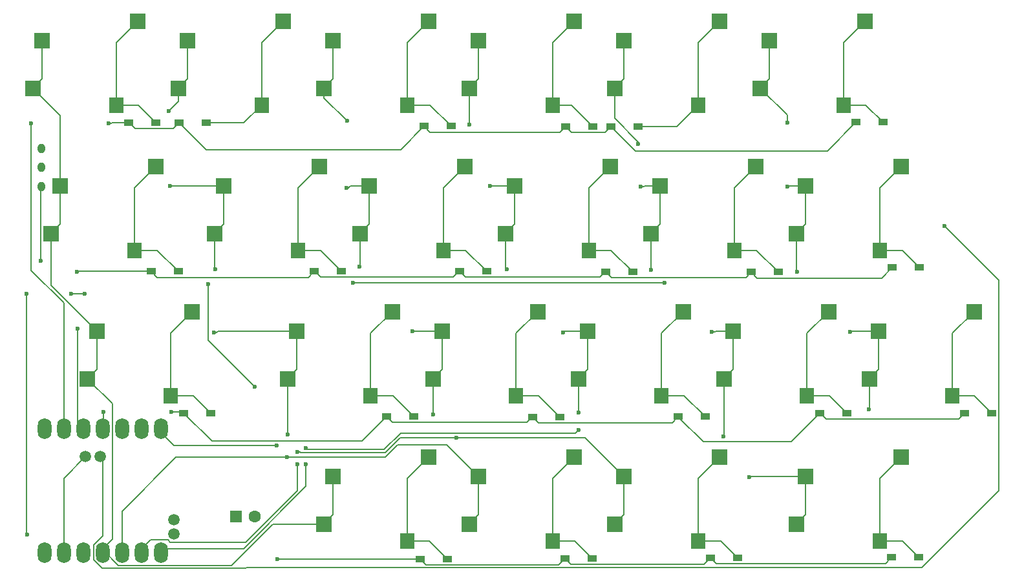
<source format=gbr>
%TF.GenerationSoftware,KiCad,Pcbnew,8.0.7*%
%TF.CreationDate,2025-01-09T22:13:58+09:00*%
%TF.ProjectId,cool937tb_L,636f6f6c-3933-4377-9462-5f4c2e6b6963,rev?*%
%TF.SameCoordinates,Original*%
%TF.FileFunction,Copper,L2,Bot*%
%TF.FilePolarity,Positive*%
%FSLAX46Y46*%
G04 Gerber Fmt 4.6, Leading zero omitted, Abs format (unit mm)*
G04 Created by KiCad (PCBNEW 8.0.7) date 2025-01-09 22:13:58*
%MOMM*%
%LPD*%
G01*
G04 APERTURE LIST*
%TA.AperFunction,SMDPad,CuDef*%
%ADD10R,2.000000X2.000000*%
%TD*%
%TA.AperFunction,SMDPad,CuDef*%
%ADD11R,1.900000X2.000000*%
%TD*%
%TA.AperFunction,SMDPad,CuDef*%
%ADD12R,1.300000X0.950000*%
%TD*%
%TA.AperFunction,ComponentPad*%
%ADD13O,1.000000X1.300000*%
%TD*%
%TA.AperFunction,ComponentPad*%
%ADD14R,1.600000X1.600000*%
%TD*%
%TA.AperFunction,ComponentPad*%
%ADD15C,1.600000*%
%TD*%
%TA.AperFunction,ComponentPad*%
%ADD16O,1.800000X2.750000*%
%TD*%
%TA.AperFunction,ComponentPad*%
%ADD17C,1.500000*%
%TD*%
%TA.AperFunction,ViaPad*%
%ADD18C,0.600000*%
%TD*%
%TA.AperFunction,Conductor*%
%ADD19C,0.200000*%
%TD*%
G04 APERTURE END LIST*
D10*
%TO.P,SW22,1,1*%
%TO.N,Col5*%
X101437500Y-41800000D03*
X102637500Y-35560000D03*
D11*
%TO.P,SW22,2,2*%
%TO.N,Net-(D22-A)*%
X112337500Y-44000000D03*
D10*
X115137500Y-33020000D03*
%TD*%
D12*
%TO.P,D1,1,K*%
%TO.N,Row0*%
X4475000Y-8220000D03*
%TO.P,D1,2,A*%
%TO.N,Net-(D1-A)*%
X8025000Y-8220000D03*
%TD*%
D10*
%TO.P,SW14,1,1*%
%TO.N,Col3*%
X53812500Y-22750000D03*
X55012500Y-16510000D03*
D11*
%TO.P,SW14,2,2*%
%TO.N,Net-(D14-A)*%
X64712500Y-24950000D03*
D10*
X67512500Y-13970000D03*
%TD*%
D12*
%TO.P,D19,1,K*%
%TO.N,Row2*%
X94975000Y-46330000D03*
%TO.P,D19,2,A*%
%TO.N,Net-(D19-A)*%
X98525000Y-46330000D03*
%TD*%
D13*
%TO.P,SW23,1,A*%
%TO.N,Net-(J1-Pin_2)*%
X-6990000Y-16600000D03*
%TO.P,SW23,2,B*%
%TO.N,Bat*%
X-6990000Y-14100000D03*
%TO.P,SW23,3,C*%
%TO.N,unconnected-(SW23-C-Pad3)*%
X-6990000Y-11600000D03*
%TD*%
D10*
%TO.P,SW18,1,1*%
%TO.N,Col4*%
X72862500Y-22750000D03*
X74062500Y-16510000D03*
D11*
%TO.P,SW18,2,2*%
%TO.N,Net-(D18-A)*%
X83762500Y-24950000D03*
D10*
X86562500Y-13970000D03*
%TD*%
%TO.P,SW12,1,1*%
%TO.N,Col2*%
X68100000Y-60850000D03*
X69300000Y-54610000D03*
D11*
%TO.P,SW12,2,2*%
%TO.N,Net-(D12-A)*%
X79000000Y-63050000D03*
D10*
X81800000Y-52070000D03*
%TD*%
D12*
%TO.P,D6,1,K*%
%TO.N,Row1*%
X28765000Y-27720000D03*
%TO.P,D6,2,A*%
%TO.N,Net-(D6-A)*%
X32315000Y-27720000D03*
%TD*%
%TO.P,D13,1,K*%
%TO.N,Row0*%
X61655000Y-8690000D03*
%TO.P,D13,2,A*%
%TO.N,Net-(D13-A)*%
X65205000Y-8690000D03*
%TD*%
D10*
%TO.P,SW19,1,1*%
%TO.N,Col4*%
X82387500Y-41800000D03*
X83587500Y-35560000D03*
D11*
%TO.P,SW19,2,2*%
%TO.N,Net-(D19-A)*%
X93287500Y-44000000D03*
D10*
X96087500Y-33020000D03*
%TD*%
%TO.P,SW1,1,1*%
%TO.N,Col0*%
X-8100000Y-3700000D03*
X-6900000Y2540000D03*
D11*
%TO.P,SW1,2,2*%
%TO.N,Net-(D1-A)*%
X2800000Y-5900000D03*
D10*
X5600000Y5080000D03*
%TD*%
D12*
%TO.P,D10,1,K*%
%TO.N,Row1*%
X47775000Y-27690000D03*
%TO.P,D10,2,A*%
%TO.N,Net-(D10-A)*%
X51325000Y-27690000D03*
%TD*%
D10*
%TO.P,SW13,1,1*%
%TO.N,Col3*%
X49050000Y-3700000D03*
X50250000Y2540000D03*
D11*
%TO.P,SW13,2,2*%
%TO.N,Net-(D13-A)*%
X59950000Y-5900000D03*
D10*
X62750000Y5080000D03*
%TD*%
D14*
%TO.P,J1,1,Pin_1*%
%TO.N,GND*%
X18450000Y-59900000D03*
D15*
%TO.P,J1,2,Pin_2*%
%TO.N,Net-(J1-Pin_2)*%
X20970000Y-59900000D03*
%TD*%
D12*
%TO.P,D22,1,K*%
%TO.N,Row2*%
X113935000Y-46280000D03*
%TO.P,D22,2,A*%
%TO.N,Net-(D22-A)*%
X117485000Y-46280000D03*
%TD*%
D10*
%TO.P,SW10,1,1*%
%TO.N,Col2*%
X34762500Y-22750000D03*
X35962500Y-16510000D03*
D11*
%TO.P,SW10,2,2*%
%TO.N,Net-(D10-A)*%
X45662500Y-24950000D03*
D10*
X48462500Y-13970000D03*
%TD*%
D12*
%TO.P,D20,1,K*%
%TO.N,Row3*%
X104380000Y-65230000D03*
%TO.P,D20,2,A*%
%TO.N,Net-(D20-A)*%
X107930000Y-65230000D03*
%TD*%
%TO.P,D14,1,K*%
%TO.N,Row1*%
X66885000Y-27760000D03*
%TO.P,D14,2,A*%
%TO.N,Net-(D14-A)*%
X70435000Y-27760000D03*
%TD*%
%TO.P,D11,1,K*%
%TO.N,Row2*%
X57325000Y-46790000D03*
%TO.P,D11,2,A*%
%TO.N,Net-(D11-A)*%
X60875000Y-46790000D03*
%TD*%
D10*
%TO.P,SW9,1,1*%
%TO.N,Col2*%
X30000000Y-3700000D03*
X31200000Y2540000D03*
D11*
%TO.P,SW9,2,2*%
%TO.N,Net-(D9-A)*%
X40900000Y-5900000D03*
D10*
X43700000Y5080000D03*
%TD*%
D12*
%TO.P,D8,1,K*%
%TO.N,Row3*%
X61605000Y-65360000D03*
%TO.P,D8,2,A*%
%TO.N,Net-(D8-A)*%
X65155000Y-65360000D03*
%TD*%
D10*
%TO.P,SW15,1,1*%
%TO.N,Col3*%
X63337500Y-41800000D03*
X64537500Y-35560000D03*
D11*
%TO.P,SW15,2,2*%
%TO.N,Net-(D15-A)*%
X74237500Y-44000000D03*
D10*
X77037500Y-33020000D03*
%TD*%
%TO.P,SW20,1,1*%
%TO.N,Col4*%
X91900000Y-60850000D03*
X93100000Y-54610000D03*
D11*
%TO.P,SW20,2,2*%
%TO.N,Net-(D20-A)*%
X102800000Y-63050000D03*
D10*
X105600000Y-52070000D03*
%TD*%
%TO.P,SW11,1,1*%
%TO.N,Col2*%
X44287500Y-41800000D03*
X45487500Y-35560000D03*
D11*
%TO.P,SW11,2,2*%
%TO.N,Net-(D11-A)*%
X55187500Y-44000000D03*
D10*
X57987500Y-33020000D03*
%TD*%
%TO.P,SW16,1,1*%
%TO.N,Col5*%
X87150000Y-3700000D03*
X88350000Y2540000D03*
D11*
%TO.P,SW16,2,2*%
%TO.N,Net-(D16-A)*%
X98050000Y-5900000D03*
D10*
X100850000Y5080000D03*
%TD*%
D12*
%TO.P,D15,1,K*%
%TO.N,Row2*%
X76405000Y-46770000D03*
%TO.P,D15,2,A*%
%TO.N,Net-(D15-A)*%
X79955000Y-46770000D03*
%TD*%
D10*
%TO.P,SW5,1,1*%
%TO.N,Col1*%
X10950000Y-3700000D03*
X12150000Y2540000D03*
D11*
%TO.P,SW5,2,2*%
%TO.N,Net-(D5-A)*%
X21850000Y-5900000D03*
D10*
X24650000Y5080000D03*
%TD*%
D12*
%TO.P,D3,1,K*%
%TO.N,Row2*%
X11645000Y-46300000D03*
%TO.P,D3,2,A*%
%TO.N,Net-(D3-A)*%
X15195000Y-46300000D03*
%TD*%
D10*
%TO.P,SW4,1,1*%
%TO.N,Col0*%
X30000000Y-60850000D03*
X31200000Y-54610000D03*
D11*
%TO.P,SW4,2,2*%
%TO.N,Net-(D4-A)*%
X40900000Y-63050000D03*
D10*
X43700000Y-52070000D03*
%TD*%
%TO.P,SW17,1,1*%
%TO.N,Col4*%
X68100000Y-3700000D03*
X69300000Y2540000D03*
D11*
%TO.P,SW17,2,2*%
%TO.N,Net-(D17-A)*%
X79000000Y-5900000D03*
D10*
X81800000Y5080000D03*
%TD*%
D12*
%TO.P,D12,1,K*%
%TO.N,Row3*%
X80635000Y-65260000D03*
%TO.P,D12,2,A*%
%TO.N,Net-(D12-A)*%
X84185000Y-65260000D03*
%TD*%
%TO.P,D5,1,K*%
%TO.N,Row0*%
X11025000Y-8210000D03*
%TO.P,D5,2,A*%
%TO.N,Net-(D5-A)*%
X14575000Y-8210000D03*
%TD*%
%TO.P,D18,1,K*%
%TO.N,Row1*%
X85975000Y-27810000D03*
%TO.P,D18,2,A*%
%TO.N,Net-(D18-A)*%
X89525000Y-27810000D03*
%TD*%
D10*
%TO.P,SW6,1,1*%
%TO.N,Col1*%
X15712500Y-22750000D03*
X16912500Y-16510000D03*
D11*
%TO.P,SW6,2,2*%
%TO.N,Net-(D6-A)*%
X26612500Y-24950000D03*
D10*
X29412500Y-13970000D03*
%TD*%
%TO.P,SW21,1,1*%
%TO.N,Col5*%
X91912500Y-22750000D03*
X93112500Y-16510000D03*
D11*
%TO.P,SW21,2,2*%
%TO.N,Net-(D21-A)*%
X102812500Y-24950000D03*
D10*
X105612500Y-13970000D03*
%TD*%
%TO.P,SW3,1,1*%
%TO.N,Col0*%
X-956250Y-41800000D03*
X243750Y-35560000D03*
D11*
%TO.P,SW3,2,2*%
%TO.N,Net-(D3-A)*%
X9943750Y-44000000D03*
D10*
X12743750Y-33020000D03*
%TD*%
D12*
%TO.P,D4,1,K*%
%TO.N,Row3*%
X42615000Y-65420000D03*
%TO.P,D4,2,A*%
%TO.N,Net-(D4-A)*%
X46165000Y-65420000D03*
%TD*%
D10*
%TO.P,SW2,1,1*%
%TO.N,Col0*%
X-5718750Y-22750000D03*
X-4518750Y-16510000D03*
D11*
%TO.P,SW2,2,2*%
%TO.N,Net-(D2-A)*%
X5181250Y-24950000D03*
D10*
X7981250Y-13970000D03*
%TD*%
D12*
%TO.P,D16,1,K*%
%TO.N,Row0*%
X99705000Y-8160000D03*
%TO.P,D16,2,A*%
%TO.N,Net-(D16-A)*%
X103255000Y-8160000D03*
%TD*%
%TO.P,D2,1,K*%
%TO.N,Row1*%
X7375000Y-27730000D03*
%TO.P,D2,2,A*%
%TO.N,Net-(D2-A)*%
X10925000Y-27730000D03*
%TD*%
%TO.P,D21,1,K*%
%TO.N,Row1*%
X104455000Y-27210000D03*
%TO.P,D21,2,A*%
%TO.N,Net-(D21-A)*%
X108005000Y-27210000D03*
%TD*%
D10*
%TO.P,SW8,1,1*%
%TO.N,Col1*%
X49050000Y-60850000D03*
X50250000Y-54610000D03*
D11*
%TO.P,SW8,2,2*%
%TO.N,Net-(D8-A)*%
X59950000Y-63050000D03*
D10*
X62750000Y-52070000D03*
%TD*%
D12*
%TO.P,D17,1,K*%
%TO.N,Row0*%
X67595000Y-8700000D03*
%TO.P,D17,2,A*%
%TO.N,Net-(D17-A)*%
X71145000Y-8700000D03*
%TD*%
%TO.P,D9,1,K*%
%TO.N,Row0*%
X43145000Y-8680000D03*
%TO.P,D9,2,A*%
%TO.N,Net-(D9-A)*%
X46695000Y-8680000D03*
%TD*%
D10*
%TO.P,SW7,1,1*%
%TO.N,Col1*%
X25237500Y-41800000D03*
X26437500Y-35560000D03*
D11*
%TO.P,SW7,2,2*%
%TO.N,Net-(D7-A)*%
X36137500Y-44000000D03*
D10*
X38937500Y-33020000D03*
%TD*%
D12*
%TO.P,D7,1,K*%
%TO.N,Row2*%
X38245000Y-46760000D03*
%TO.P,D7,2,A*%
%TO.N,Net-(D7-A)*%
X41795000Y-46760000D03*
%TD*%
D16*
%TO.P,U1,1,P0.02_A0_D0*%
%TO.N,RE_B*%
X-6600000Y-48350000D03*
%TO.P,U1,2,P0.03_A1_D1*%
%TO.N,Row0*%
X-4060000Y-48350000D03*
%TO.P,U1,3,P0.28_A2_D2*%
%TO.N,Row1*%
X-1520000Y-48350000D03*
%TO.P,U1,4,P0.29_A3_D3*%
%TO.N,Row2*%
X1020000Y-48350000D03*
%TO.P,U1,5,P0.04_A4_D4_SDA*%
%TO.N,unconnected-(U1-P0.04_A4_D4_SDA-Pad5)*%
X3560000Y-48350000D03*
%TO.P,U1,6,P0.05_A5_D5_SCL*%
%TO.N,RE_A1*%
X6100000Y-48350000D03*
%TO.P,U1,7,P1.11_D6_TX*%
%TO.N,Row3*%
X8640000Y-48350000D03*
%TO.P,U1,8,P1.12_D7_RX*%
%TO.N,Col3*%
X8640000Y-64590000D03*
%TO.P,U1,9,P1.13_D8_SCK*%
%TO.N,Col2*%
X6100000Y-64590000D03*
%TO.P,U1,10,P1.14_D9_MISO*%
%TO.N,Col1*%
X3560000Y-64590000D03*
%TO.P,U1,11,P1.15_D10_MOSI*%
%TO.N,Col0*%
X1020000Y-64590000D03*
%TO.P,U1,12,3V3*%
%TO.N,unconnected-(U1-3V3-Pad12)*%
X-1520000Y-64590000D03*
%TO.P,U1,13,GND*%
%TO.N,GND*%
X-4060000Y-64590000D03*
%TO.P,U1,14,5V*%
%TO.N,VCC*%
X-6600000Y-64590000D03*
D17*
%TO.P,U1,15,NFC1_0.09*%
%TO.N,Col5*%
X10332000Y-60305400D03*
%TO.P,U1,16,NFC2_0.10*%
%TO.N,Col4*%
X10332000Y-62185000D03*
%TO.P,U1,20,BATT+*%
%TO.N,Bat*%
X703000Y-52025000D03*
%TO.P,U1,21,BATT-*%
%TO.N,GND*%
X-1202000Y-52025000D03*
%TD*%
D18*
%TO.N,Col4*%
X-8900000Y-62200000D03*
%TO.N,Row3*%
X23840000Y-50590000D03*
%TO.N,Bat*%
X111270000Y-21730000D03*
%TO.N,Row0*%
X-8320000Y-8280000D03*
X1830000Y-8290000D03*
%TO.N,Row1*%
X-2300000Y-27740000D03*
X-2250000Y-35190000D03*
%TO.N,Row2*%
X1160000Y-46170000D03*
X10000000Y-46170000D03*
%TO.N,Row3*%
X23870000Y-65420000D03*
%TO.N,Col1*%
X9820000Y-16530000D03*
X25180000Y-52080000D03*
X25260000Y-49080000D03*
X9690000Y-6720000D03*
X15770000Y-27460000D03*
X15590000Y-35760000D03*
%TO.N,Col2*%
X44290000Y-46480000D03*
X33010000Y-7990000D03*
X34620000Y-27110000D03*
X26510000Y-52980000D03*
X26490000Y-51380000D03*
X47380000Y-49560000D03*
X32960000Y-16770000D03*
X41630000Y-35530000D03*
%TO.N,Col3*%
X51750000Y-16520000D03*
X53950000Y-27420000D03*
X63400000Y-48500000D03*
X63370000Y-46240000D03*
X61350000Y-35730000D03*
X49080000Y-8450000D03*
X27640000Y-50870000D03*
X27640000Y-52970000D03*
%TO.N,Col4*%
X72870000Y-27530000D03*
X74585000Y-29245000D03*
X82320000Y-49370000D03*
X-1290000Y-30640000D03*
X80800000Y-35640000D03*
X85720000Y-54670000D03*
X33810000Y-29230000D03*
X-8920000Y-30670000D03*
X71190000Y-10980000D03*
X-3060000Y-30640000D03*
X71530000Y-16610000D03*
%TO.N,Col5*%
X98890000Y-35670000D03*
X90690000Y-8230000D03*
X90730000Y-16580000D03*
X101370000Y-45820000D03*
X92010000Y-27770000D03*
%TO.N,Net-(J1-Pin_2)*%
X14810000Y-29360000D03*
X20970000Y-42890000D03*
X-7090000Y-26350000D03*
%TD*%
D19*
%TO.N,Col4*%
X-8920000Y-62180000D02*
X-8900000Y-62200000D01*
X-8920000Y-30670000D02*
X-8920000Y-62180000D01*
%TO.N,Row0*%
X-4060000Y-48850000D02*
X-4060000Y-31840000D01*
X-4060000Y-31840000D02*
X-8320000Y-27580000D01*
X-8320000Y-27580000D02*
X-8320000Y-8280000D01*
%TO.N,Row1*%
X-1520000Y-48850000D02*
X-2256250Y-48113750D01*
X-2256250Y-48113750D02*
X-2256250Y-35196250D01*
X-2256250Y-35196250D02*
X-2250000Y-35190000D01*
%TO.N,Row2*%
X1160000Y-46170000D02*
X1160000Y-48710000D01*
X1160000Y-48710000D02*
X1020000Y-48850000D01*
%TO.N,Row3*%
X10380000Y-50590000D02*
X23840000Y-50590000D01*
X8640000Y-48850000D02*
X10380000Y-50590000D01*
%TO.N,Bat*%
X703000Y-52025000D02*
X1057580Y-52379580D01*
X1057580Y-52379580D02*
X1057580Y-62380364D01*
X1057580Y-62380364D02*
X-180000Y-63617944D01*
X-180000Y-63617944D02*
X-180000Y-65562056D01*
X-180000Y-65562056D02*
X922944Y-66665000D01*
X922944Y-66665000D02*
X19735000Y-66665000D01*
X19735000Y-66665000D02*
X19805000Y-66595000D01*
%TO.N,GND*%
X-4060000Y-64090000D02*
X-4060000Y-54883000D01*
X-4060000Y-54883000D02*
X-1202000Y-52025000D01*
%TO.N,Col0*%
X1020000Y-64090000D02*
X2290000Y-62820000D01*
X2290000Y-62820000D02*
X2290000Y-45046250D01*
X1020000Y-64090000D02*
X1020000Y-64222056D01*
X1020000Y-64222056D02*
X3062944Y-66265000D01*
X3062944Y-66265000D02*
X17857692Y-66265000D01*
X17857692Y-66265000D02*
X23272692Y-60850000D01*
X23272692Y-60850000D02*
X30000000Y-60850000D01*
%TO.N,Col1*%
X3560000Y-64090000D02*
X3560000Y-59170000D01*
X3560000Y-59170000D02*
X10650000Y-52080000D01*
X10650000Y-52080000D02*
X25180000Y-52080000D01*
%TO.N,Col2*%
X6100000Y-64090000D02*
X7275000Y-62915000D01*
X9565000Y-62915000D02*
X9885000Y-63235000D01*
X7275000Y-62915000D02*
X9565000Y-62915000D01*
X9885000Y-63235000D02*
X19756321Y-63235000D01*
X19756321Y-63235000D02*
X20341321Y-62650000D01*
%TO.N,Col3*%
X8640000Y-64090000D02*
X19467006Y-64090000D01*
X19467006Y-64090000D02*
X27640000Y-55917006D01*
X27640000Y-55917006D02*
X27640000Y-52970000D01*
%TO.N,Bat*%
X108290000Y-66595000D02*
X118435000Y-56450000D01*
X118435000Y-28895000D02*
X111270000Y-21730000D01*
X19805000Y-66595000D02*
X108290000Y-66595000D01*
X118435000Y-56450000D02*
X118435000Y-28895000D01*
%TO.N,Net-(D1-A)*%
X5705000Y-5900000D02*
X2800000Y-5900000D01*
X5600000Y5080000D02*
X2800000Y2280000D01*
X8025000Y-8220000D02*
X5705000Y-5900000D01*
X2800000Y2280000D02*
X2800000Y-5900000D01*
%TO.N,Row0*%
X10240000Y-8995000D02*
X11025000Y-8210000D01*
X62430000Y-9465000D02*
X66830000Y-9465000D01*
X70805000Y-11910000D02*
X95955000Y-11910000D01*
X67595000Y-8700000D02*
X70805000Y-11910000D01*
X1830000Y-8290000D02*
X2190000Y-8290000D01*
X43145000Y-8680000D02*
X43140000Y-8680000D01*
X5250000Y-8995000D02*
X10240000Y-8995000D01*
X60890000Y-9455000D02*
X43920000Y-9455000D01*
X14575000Y-11760000D02*
X11025000Y-8210000D01*
X2190000Y-8290000D02*
X2260000Y-8220000D01*
X61655000Y-8690000D02*
X60890000Y-9455000D01*
X61655000Y-8690000D02*
X62430000Y-9465000D01*
X43140000Y-8680000D02*
X40060000Y-11760000D01*
X40060000Y-11760000D02*
X14575000Y-11760000D01*
X2260000Y-8220000D02*
X4475000Y-8220000D01*
X4475000Y-8220000D02*
X5250000Y-8995000D01*
X43920000Y-9455000D02*
X43145000Y-8680000D01*
X95955000Y-11910000D02*
X99705000Y-8160000D01*
X66830000Y-9465000D02*
X67595000Y-8700000D01*
%TO.N,Net-(D2-A)*%
X8145000Y-24950000D02*
X10925000Y-27730000D01*
X5181250Y-24950000D02*
X8145000Y-24950000D01*
X7981250Y-13970000D02*
X5181250Y-16770000D01*
X5181250Y-16770000D02*
X5181250Y-24950000D01*
%TO.N,Row1*%
X67660000Y-28535000D02*
X85250000Y-28535000D01*
X66180000Y-28465000D02*
X66885000Y-27760000D01*
X-2300000Y-27740000D02*
X-2290000Y-27730000D01*
X-2290000Y-27730000D02*
X7375000Y-27730000D01*
X86750000Y-28585000D02*
X85975000Y-27810000D01*
X66885000Y-27760000D02*
X67660000Y-28535000D01*
X103080000Y-28585000D02*
X86750000Y-28585000D01*
X28765000Y-27720000D02*
X29540000Y-28495000D01*
X46970000Y-28495000D02*
X47775000Y-27690000D01*
X-2256250Y-48453750D02*
X-1590000Y-49120000D01*
X47775000Y-27690000D02*
X48550000Y-28465000D01*
X104455000Y-27210000D02*
X103080000Y-28585000D01*
X27980000Y-28505000D02*
X28765000Y-27720000D01*
X8150000Y-28505000D02*
X27980000Y-28505000D01*
X48550000Y-28465000D02*
X66180000Y-28465000D01*
X85250000Y-28535000D02*
X85975000Y-27810000D01*
X29540000Y-28495000D02*
X46970000Y-28495000D01*
X7375000Y-27730000D02*
X8150000Y-28505000D01*
%TO.N,Net-(D3-A)*%
X12743750Y-33020000D02*
X9943750Y-35820000D01*
X9943750Y-35820000D02*
X9943750Y-44000000D01*
X9943750Y-44000000D02*
X12895000Y-44000000D01*
X12895000Y-44000000D02*
X15195000Y-46300000D01*
%TO.N,Row2*%
X76577500Y-46942500D02*
X76405000Y-46770000D01*
X91255000Y-50050000D02*
X79670000Y-50050000D01*
X76577500Y-46957500D02*
X76577500Y-46942500D01*
X15335000Y-49990000D02*
X11645000Y-46300000D01*
X113110000Y-47105000D02*
X95750000Y-47105000D01*
X113935000Y-46280000D02*
X113110000Y-47105000D01*
X94975000Y-46330000D02*
X91255000Y-50050000D01*
X79670000Y-50050000D02*
X76577500Y-46957500D01*
X95750000Y-47105000D02*
X94975000Y-46330000D01*
X11515000Y-46170000D02*
X11645000Y-46300000D01*
X39020000Y-47535000D02*
X38245000Y-46760000D01*
X57325000Y-46790000D02*
X56580000Y-47535000D01*
X1160000Y-48910000D02*
X950000Y-49120000D01*
X75610000Y-47565000D02*
X58100000Y-47565000D01*
X58100000Y-47565000D02*
X57325000Y-46790000D01*
X10000000Y-46170000D02*
X11515000Y-46170000D01*
X76405000Y-46770000D02*
X75610000Y-47565000D01*
X35015000Y-49990000D02*
X15335000Y-49990000D01*
X38245000Y-46760000D02*
X35015000Y-49990000D01*
X56580000Y-47535000D02*
X39020000Y-47535000D01*
%TO.N,Net-(D4-A)*%
X40900000Y-54870000D02*
X40900000Y-63050000D01*
X40900000Y-63050000D02*
X43795000Y-63050000D01*
X43700000Y-52070000D02*
X40900000Y-54870000D01*
X43795000Y-63050000D02*
X46165000Y-65420000D01*
%TO.N,Row3*%
X103575000Y-66035000D02*
X81410000Y-66035000D01*
X62380000Y-66135000D02*
X61605000Y-65360000D01*
X104380000Y-65230000D02*
X103575000Y-66035000D01*
X60770000Y-66195000D02*
X43390000Y-66195000D01*
X43390000Y-66195000D02*
X42615000Y-65420000D01*
X80635000Y-65260000D02*
X79760000Y-66135000D01*
X79760000Y-66135000D02*
X62380000Y-66135000D01*
X61605000Y-65360000D02*
X60770000Y-66195000D01*
X81410000Y-66035000D02*
X80635000Y-65260000D01*
X23870000Y-65420000D02*
X42615000Y-65420000D01*
%TO.N,Net-(D5-A)*%
X21850000Y-5900000D02*
X19540000Y-8210000D01*
X21850000Y2280000D02*
X21850000Y-5900000D01*
X24650000Y5080000D02*
X21850000Y2280000D01*
X19540000Y-8210000D02*
X14575000Y-8210000D01*
%TO.N,Net-(D6-A)*%
X26612500Y-16770000D02*
X26612500Y-24950000D01*
X29412500Y-13970000D02*
X26612500Y-16770000D01*
X29545000Y-24950000D02*
X32315000Y-27720000D01*
X26612500Y-24950000D02*
X29545000Y-24950000D01*
%TO.N,Net-(D7-A)*%
X38937500Y-33020000D02*
X36137500Y-35820000D01*
X36137500Y-44000000D02*
X39035000Y-44000000D01*
X39035000Y-44000000D02*
X41795000Y-46760000D01*
X36137500Y-35820000D02*
X36137500Y-44000000D01*
%TO.N,Net-(D8-A)*%
X62750000Y-52070000D02*
X59950000Y-54870000D01*
X59950000Y-63050000D02*
X62845000Y-63050000D01*
X59950000Y-54870000D02*
X59950000Y-63050000D01*
X62845000Y-63050000D02*
X65155000Y-65360000D01*
%TO.N,Net-(D9-A)*%
X40900000Y2280000D02*
X40900000Y-5900000D01*
X43700000Y5080000D02*
X40900000Y2280000D01*
X43915000Y-5900000D02*
X46695000Y-8680000D01*
X40900000Y-5900000D02*
X43915000Y-5900000D01*
%TO.N,Net-(D10-A)*%
X48462500Y-13970000D02*
X45662500Y-16770000D01*
X48585000Y-24950000D02*
X51325000Y-27690000D01*
X45662500Y-24950000D02*
X48585000Y-24950000D01*
X45662500Y-16770000D02*
X45662500Y-24950000D01*
%TO.N,Net-(D11-A)*%
X55187500Y-44000000D02*
X58085000Y-44000000D01*
X55187500Y-35820000D02*
X55187500Y-44000000D01*
X58085000Y-44000000D02*
X60875000Y-46790000D01*
X57987500Y-33020000D02*
X55187500Y-35820000D01*
%TO.N,Net-(D12-A)*%
X81800000Y-52070000D02*
X79000000Y-54870000D01*
X79000000Y-54870000D02*
X79000000Y-63050000D01*
X81975000Y-63050000D02*
X79000000Y-63050000D01*
X84185000Y-65260000D02*
X81975000Y-63050000D01*
%TO.N,Net-(D13-A)*%
X62750000Y5080000D02*
X59950000Y2280000D01*
X59950000Y-5900000D02*
X62415000Y-5900000D01*
X62415000Y-5900000D02*
X65205000Y-8690000D01*
X59950000Y2280000D02*
X59950000Y-5900000D01*
%TO.N,Net-(D14-A)*%
X67512500Y-13970000D02*
X64712500Y-16770000D01*
X67625000Y-24950000D02*
X70435000Y-27760000D01*
X64712500Y-24950000D02*
X67625000Y-24950000D01*
X64712500Y-16770000D02*
X64712500Y-24950000D01*
%TO.N,Net-(D15-A)*%
X74237500Y-44000000D02*
X77185000Y-44000000D01*
X77185000Y-44000000D02*
X79955000Y-46770000D01*
X77037500Y-33020000D02*
X74237500Y-35820000D01*
X74237500Y-35820000D02*
X74237500Y-44000000D01*
%TO.N,Net-(D16-A)*%
X98050000Y-5900000D02*
X100995000Y-5900000D01*
X98050000Y2280000D02*
X98050000Y-5900000D01*
X100850000Y5080000D02*
X98050000Y2280000D01*
X100995000Y-5900000D02*
X103255000Y-8160000D01*
%TO.N,Net-(D17-A)*%
X76200000Y-8700000D02*
X71145000Y-8700000D01*
X81800000Y5080000D02*
X79000000Y2280000D01*
X79000000Y2280000D02*
X79000000Y-5900000D01*
X79000000Y-5900000D02*
X76200000Y-8700000D01*
%TO.N,Net-(D18-A)*%
X83762500Y-16770000D02*
X83762500Y-24950000D01*
X86665000Y-24950000D02*
X89525000Y-27810000D01*
X83762500Y-24950000D02*
X86665000Y-24950000D01*
X86562500Y-13970000D02*
X83762500Y-16770000D01*
%TO.N,Net-(D19-A)*%
X96087500Y-33020000D02*
X93287500Y-35820000D01*
X93287500Y-44000000D02*
X96195000Y-44000000D01*
X93287500Y-35820000D02*
X93287500Y-44000000D01*
X96195000Y-44000000D02*
X98525000Y-46330000D01*
%TO.N,Net-(D20-A)*%
X105750000Y-63050000D02*
X107930000Y-65230000D01*
X102800000Y-54870000D02*
X102800000Y-63050000D01*
X105600000Y-52070000D02*
X102800000Y-54870000D01*
X102800000Y-63050000D02*
X105750000Y-63050000D01*
%TO.N,Net-(D21-A)*%
X102812500Y-24950000D02*
X105745000Y-24950000D01*
X105745000Y-24950000D02*
X108005000Y-27210000D01*
X105612500Y-13970000D02*
X102812500Y-16770000D01*
X102812500Y-16770000D02*
X102812500Y-24950000D01*
%TO.N,Col0*%
X-5718750Y-29597500D02*
X243750Y-35560000D01*
X31200000Y-59650000D02*
X30000000Y-60850000D01*
X950000Y-64360000D02*
X950000Y-64467056D01*
X-8100000Y-3700000D02*
X-4518750Y-7281250D01*
X31200000Y-54610000D02*
X31200000Y-59650000D01*
X243750Y-40600000D02*
X-956250Y-41800000D01*
X-6900000Y2540000D02*
X-6900000Y-2500000D01*
X-4518750Y-7281250D02*
X-4518750Y-16510000D01*
X-6900000Y-2500000D02*
X-8100000Y-3700000D01*
X950000Y-64360000D02*
X490907Y-64360000D01*
X243750Y-35560000D02*
X243750Y-40600000D01*
X-4518750Y-21550000D02*
X-5718750Y-22750000D01*
X-5718750Y-22750000D02*
X-5718750Y-29597500D01*
X-956250Y-41800000D02*
X2290000Y-45046250D01*
X-4518750Y-16510000D02*
X-4518750Y-21550000D01*
%TO.N,Col1*%
X10400000Y-16510000D02*
X16912500Y-16510000D01*
X15590000Y-35760000D02*
X15910000Y-35760000D01*
X16912500Y-16510000D02*
X16912500Y-21550000D01*
X15712500Y-27402500D02*
X15712500Y-22750000D01*
X25237500Y-49057500D02*
X25260000Y-49080000D01*
X50250000Y-54610000D02*
X50250000Y-59650000D01*
X46110000Y-50470000D02*
X50250000Y-54610000D01*
X10950000Y-5460000D02*
X9690000Y-6720000D01*
X10950000Y-3700000D02*
X10950000Y-5460000D01*
X38040000Y-52080000D02*
X39650000Y-50470000D01*
X16912500Y-21550000D02*
X15712500Y-22750000D01*
X9820000Y-16530000D02*
X10380000Y-16530000D01*
X26437500Y-40600000D02*
X25237500Y-41800000D01*
X12150000Y2540000D02*
X12150000Y-2500000D01*
X12150000Y-2500000D02*
X10950000Y-3700000D01*
X50250000Y-59650000D02*
X49050000Y-60850000D01*
X25180000Y-52080000D02*
X38040000Y-52080000D01*
X15910000Y-35760000D02*
X16110000Y-35560000D01*
X39650000Y-50470000D02*
X46110000Y-50470000D01*
X10380000Y-16530000D02*
X10400000Y-16510000D01*
X15770000Y-27460000D02*
X15712500Y-27402500D01*
X26437500Y-35560000D02*
X26437500Y-40600000D01*
X16110000Y-35560000D02*
X26437500Y-35560000D01*
X25237500Y-41800000D02*
X25237500Y-49057500D01*
%TO.N,Col2*%
X45487500Y-35560000D02*
X45487500Y-40600000D01*
X34762500Y-26967500D02*
X34620000Y-27110000D01*
X26830000Y-51380000D02*
X26930000Y-51480000D01*
X31200000Y-2500000D02*
X30000000Y-3700000D01*
X35962500Y-16510000D02*
X35962500Y-21550000D01*
X33230000Y-16770000D02*
X33490000Y-16510000D01*
X69300000Y-54610000D02*
X69300000Y-59650000D01*
X44287500Y-41800000D02*
X44287500Y-46477500D01*
X30000000Y-4980000D02*
X33010000Y-7990000D01*
X69300000Y-59650000D02*
X68100000Y-60850000D01*
X20341321Y-62650000D02*
X26510000Y-56481321D01*
X64250000Y-49560000D02*
X69300000Y-54610000D01*
X41660000Y-35560000D02*
X45487500Y-35560000D01*
X32960000Y-16770000D02*
X33230000Y-16770000D01*
X41630000Y-35530000D02*
X41660000Y-35560000D01*
X26490000Y-51380000D02*
X26830000Y-51380000D01*
X31200000Y2540000D02*
X31200000Y-2500000D01*
X33490000Y-16510000D02*
X35962500Y-16510000D01*
X26930000Y-51480000D02*
X38074314Y-51480000D01*
X26510000Y-56481321D02*
X26510000Y-52980000D01*
X47380000Y-49560000D02*
X39994314Y-49560000D01*
X38074314Y-51480000D02*
X38562157Y-50992157D01*
X35962500Y-21550000D02*
X34762500Y-22750000D01*
X39994314Y-49560000D02*
X38074314Y-51480000D01*
X47380000Y-49560000D02*
X64250000Y-49560000D01*
X34762500Y-22750000D02*
X34762500Y-26967500D01*
X30000000Y-3700000D02*
X30000000Y-4980000D01*
X45487500Y-40600000D02*
X44287500Y-41800000D01*
X44287500Y-46477500D02*
X44290000Y-46480000D01*
X6030000Y-64360000D02*
X6030000Y-64300000D01*
%TO.N,Col3*%
X53812500Y-27282500D02*
X53950000Y-27420000D01*
X64537500Y-35560000D02*
X64537500Y-40600000D01*
X40058628Y-48930000D02*
X62970000Y-48930000D01*
X49050000Y-3700000D02*
X49050000Y-8420000D01*
X62970000Y-48930000D02*
X63400000Y-48500000D01*
X35610000Y-51080000D02*
X37908628Y-51080000D01*
X27850000Y-51080000D02*
X27640000Y-50870000D01*
X52230000Y-16510000D02*
X55012500Y-16510000D01*
X55012500Y-21550000D02*
X53812500Y-22750000D01*
X63370000Y-45850000D02*
X63337500Y-45817500D01*
X51750000Y-16520000D02*
X52220000Y-16520000D01*
X61520000Y-35560000D02*
X64537500Y-35560000D01*
X61350000Y-35730000D02*
X61520000Y-35560000D01*
X64537500Y-40600000D02*
X63337500Y-41800000D01*
X50250000Y2540000D02*
X50250000Y-2500000D01*
X63337500Y-45817500D02*
X63337500Y-41800000D01*
X53812500Y-22750000D02*
X53812500Y-27282500D01*
X49050000Y-8420000D02*
X49080000Y-8450000D01*
X55012500Y-16510000D02*
X55012500Y-21550000D01*
X50250000Y-2500000D02*
X49050000Y-3700000D01*
X35610000Y-51080000D02*
X27850000Y-51080000D01*
X8570000Y-64360000D02*
X8570000Y-64250000D01*
X37908628Y-51080000D02*
X40058628Y-48930000D01*
X52220000Y-16520000D02*
X52230000Y-16510000D01*
X63370000Y-46240000D02*
X63370000Y-45850000D01*
%TO.N,Col4*%
X85720000Y-54670000D02*
X85780000Y-54610000D01*
X93100000Y-54610000D02*
X93100000Y-59650000D01*
X81200000Y-35640000D02*
X81280000Y-35560000D01*
X71530000Y-16610000D02*
X71940000Y-16610000D01*
X82387500Y-41800000D02*
X82387500Y-49302500D01*
X93100000Y-59650000D02*
X91900000Y-60850000D01*
X81280000Y-35560000D02*
X83587500Y-35560000D01*
X74062500Y-16510000D02*
X74062500Y-21550000D01*
X68100000Y-3700000D02*
X68100000Y-7640000D01*
X71190000Y-10730000D02*
X71190000Y-10980000D01*
X72862500Y-27522500D02*
X72870000Y-27530000D01*
X82387500Y-49302500D02*
X82320000Y-49370000D01*
X69300000Y-2500000D02*
X68100000Y-3700000D01*
X72862500Y-22750000D02*
X72862500Y-27522500D01*
X33810000Y-29230000D02*
X74570000Y-29230000D01*
X72040000Y-16510000D02*
X74062500Y-16510000D01*
X83587500Y-35560000D02*
X83587500Y-40600000D01*
X85780000Y-54610000D02*
X93100000Y-54610000D01*
X71940000Y-16610000D02*
X72040000Y-16510000D01*
X-3060000Y-30640000D02*
X-1290000Y-30640000D01*
X74062500Y-21550000D02*
X72862500Y-22750000D01*
X83587500Y-40600000D02*
X82387500Y-41800000D01*
X68100000Y-7640000D02*
X71190000Y-10730000D01*
X80800000Y-35640000D02*
X81200000Y-35640000D01*
X69300000Y2540000D02*
X69300000Y-2500000D01*
X74570000Y-29230000D02*
X74585000Y-29245000D01*
%TO.N,Col5*%
X90800000Y-16510000D02*
X93112500Y-16510000D01*
X91912500Y-27672500D02*
X92010000Y-27770000D01*
X99140000Y-35560000D02*
X102637500Y-35560000D01*
X88350000Y-2500000D02*
X87150000Y-3700000D01*
X93112500Y-16510000D02*
X93112500Y-21550000D01*
X99030000Y-35670000D02*
X99140000Y-35560000D01*
X101370000Y-45820000D02*
X101437500Y-45752500D01*
X88350000Y2540000D02*
X88350000Y-2500000D01*
X102637500Y-35560000D02*
X102637500Y-40600000D01*
X93112500Y-21550000D02*
X91912500Y-22750000D01*
X90730000Y-16580000D02*
X90800000Y-16510000D01*
X87150000Y-3700000D02*
X90690000Y-7240000D01*
X102637500Y-40600000D02*
X101437500Y-41800000D01*
X98890000Y-35670000D02*
X99030000Y-35670000D01*
X90690000Y-7240000D02*
X90690000Y-8230000D01*
X101437500Y-45752500D02*
X101437500Y-41800000D01*
X91912500Y-22750000D02*
X91912500Y-27672500D01*
%TO.N,Net-(D22-A)*%
X115137500Y-33020000D02*
X112337500Y-35820000D01*
X115205000Y-44000000D02*
X117485000Y-46280000D01*
X112337500Y-44000000D02*
X115205000Y-44000000D01*
X112337500Y-35820000D02*
X112337500Y-44000000D01*
%TO.N,Net-(J1-Pin_2)*%
X-6990000Y-16600000D02*
X-7090000Y-16700000D01*
X-7090000Y-16700000D02*
X-7090000Y-26350000D01*
X14810000Y-36730000D02*
X20970000Y-42890000D01*
X14810000Y-29360000D02*
X14810000Y-36730000D01*
%TD*%
M02*

</source>
